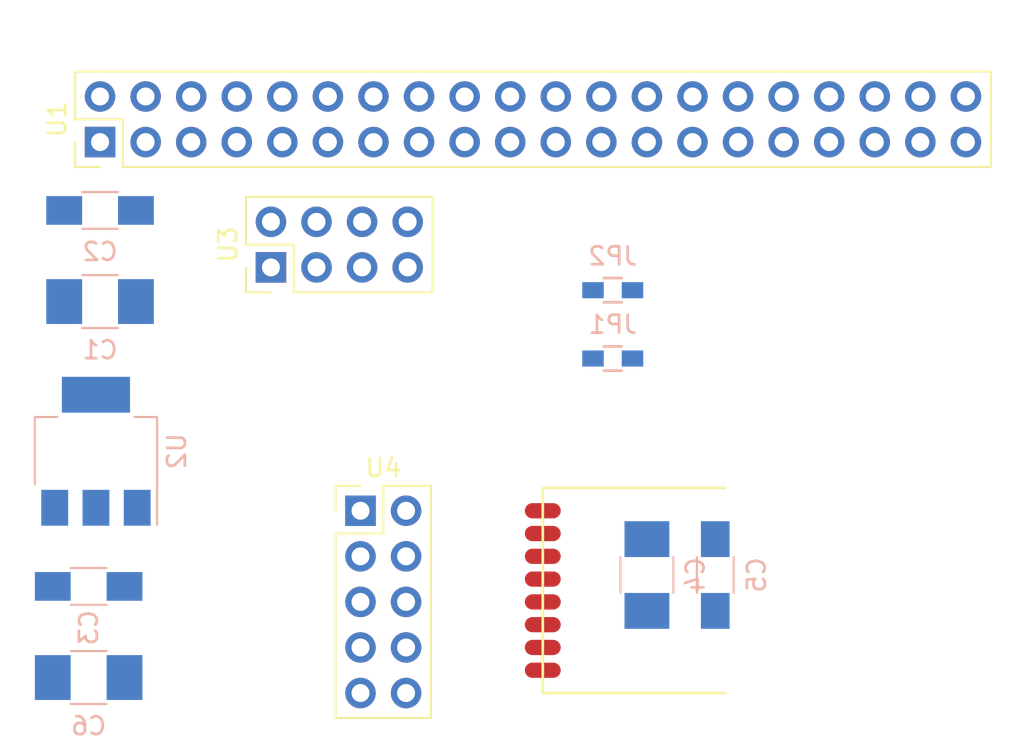
<source format=kicad_pcb>
(kicad_pcb (version 4) (host pcbnew 4.0.5)

  (general
    (links 43)
    (no_connects 43)
    (area 22.67 21.851189 77.76 69.415)
    (thickness 1.6)
    (drawings 0)
    (tracks 0)
    (zones 0)
    (modules 13)
    (nets 44)
  )

  (page A4)
  (layers
    (0 F.Cu signal)
    (31 B.Cu signal)
    (32 B.Adhes user)
    (33 F.Adhes user)
    (34 B.Paste user)
    (35 F.Paste user)
    (36 B.SilkS user)
    (37 F.SilkS user)
    (38 B.Mask user)
    (39 F.Mask user)
    (40 Dwgs.User user)
    (41 Cmts.User user)
    (42 Eco1.User user)
    (43 Eco2.User user)
    (44 Edge.Cuts user)
    (45 Margin user)
    (46 B.CrtYd user)
    (47 F.CrtYd user)
    (48 B.Fab user)
    (49 F.Fab user)
  )

  (setup
    (last_trace_width 0.25)
    (trace_clearance 0.2)
    (zone_clearance 0.508)
    (zone_45_only no)
    (trace_min 0.2)
    (segment_width 0.2)
    (edge_width 0.15)
    (via_size 0.6)
    (via_drill 0.4)
    (via_min_size 0.4)
    (via_min_drill 0.3)
    (uvia_size 0.3)
    (uvia_drill 0.1)
    (uvias_allowed no)
    (uvia_min_size 0.2)
    (uvia_min_drill 0.1)
    (pcb_text_width 0.3)
    (pcb_text_size 1.5 1.5)
    (mod_edge_width 0.15)
    (mod_text_size 1 1)
    (mod_text_width 0.15)
    (pad_size 1.524 1.524)
    (pad_drill 0.762)
    (pad_to_mask_clearance 0.2)
    (aux_axis_origin 0 0)
    (visible_elements FFFFFF7F)
    (pcbplotparams
      (layerselection 0x00030_80000001)
      (usegerberextensions false)
      (excludeedgelayer true)
      (linewidth 0.100000)
      (plotframeref false)
      (viasonmask false)
      (mode 1)
      (useauxorigin false)
      (hpglpennumber 1)
      (hpglpenspeed 20)
      (hpglpendiameter 15)
      (hpglpenoverlay 2)
      (psnegative false)
      (psa4output false)
      (plotreference true)
      (plotvalue true)
      (plotinvisibletext false)
      (padsonsilk false)
      (subtractmaskfromsilk false)
      (outputformat 1)
      (mirror false)
      (drillshape 1)
      (scaleselection 1)
      (outputdirectory ""))
  )

  (net 0 "")
  (net 1 +5V)
  (net 2 GND)
  (net 3 +3V3)
  (net 4 "Net-(JP1-Pad1)")
  (net 5 /CSN)
  (net 6 "Net-(JP2-Pad1)")
  (net 7 /CE)
  (net 8 /SCK)
  (net 9 /MOSI)
  (net 10 /MISO)
  (net 11 /IRQ)
  (net 12 "Net-(U4-Pad2)")
  (net 13 "Net-(U1-Pad3)")
  (net 14 "Net-(U1-Pad4)")
  (net 15 "Net-(U1-Pad5)")
  (net 16 "Net-(U1-Pad7)")
  (net 17 "Net-(U1-Pad8)")
  (net 18 "Net-(U1-Pad9)")
  (net 19 "Net-(U1-Pad10)")
  (net 20 "Net-(U1-Pad13)")
  (net 21 "Net-(U1-Pad14)")
  (net 22 "Net-(U1-Pad15)")
  (net 23 "Net-(U1-Pad16)")
  (net 24 "Net-(U1-Pad17)")
  (net 25 "Net-(U1-Pad18)")
  (net 26 "Net-(U1-Pad20)")
  (net 27 "Net-(U1-Pad22)")
  (net 28 /CLK)
  (net 29 "Net-(U1-Pad25)")
  (net 30 "Net-(U1-Pad27)")
  (net 31 "Net-(U1-Pad28)")
  (net 32 "Net-(U1-Pad29)")
  (net 33 "Net-(U1-Pad30)")
  (net 34 "Net-(U1-Pad31)")
  (net 35 "Net-(U1-Pad32)")
  (net 36 "Net-(U1-Pad33)")
  (net 37 "Net-(U1-Pad34)")
  (net 38 "Net-(U1-Pad35)")
  (net 39 "Net-(U1-Pad36)")
  (net 40 "Net-(U1-Pad37)")
  (net 41 "Net-(U1-Pad38)")
  (net 42 "Net-(U1-Pad39)")
  (net 43 "Net-(U1-Pad40)")

  (net_class Default "Dies ist die voreingestellte Netzklasse."
    (clearance 0.2)
    (trace_width 0.25)
    (via_dia 0.6)
    (via_drill 0.4)
    (uvia_dia 0.3)
    (uvia_drill 0.1)
    (add_net +3V3)
    (add_net +5V)
    (add_net /CE)
    (add_net /CLK)
    (add_net /CSN)
    (add_net /IRQ)
    (add_net /MISO)
    (add_net /MOSI)
    (add_net /SCK)
    (add_net GND)
    (add_net "Net-(JP1-Pad1)")
    (add_net "Net-(JP2-Pad1)")
    (add_net "Net-(U1-Pad10)")
    (add_net "Net-(U1-Pad13)")
    (add_net "Net-(U1-Pad14)")
    (add_net "Net-(U1-Pad15)")
    (add_net "Net-(U1-Pad16)")
    (add_net "Net-(U1-Pad17)")
    (add_net "Net-(U1-Pad18)")
    (add_net "Net-(U1-Pad20)")
    (add_net "Net-(U1-Pad22)")
    (add_net "Net-(U1-Pad25)")
    (add_net "Net-(U1-Pad27)")
    (add_net "Net-(U1-Pad28)")
    (add_net "Net-(U1-Pad29)")
    (add_net "Net-(U1-Pad3)")
    (add_net "Net-(U1-Pad30)")
    (add_net "Net-(U1-Pad31)")
    (add_net "Net-(U1-Pad32)")
    (add_net "Net-(U1-Pad33)")
    (add_net "Net-(U1-Pad34)")
    (add_net "Net-(U1-Pad35)")
    (add_net "Net-(U1-Pad36)")
    (add_net "Net-(U1-Pad37)")
    (add_net "Net-(U1-Pad38)")
    (add_net "Net-(U1-Pad39)")
    (add_net "Net-(U1-Pad4)")
    (add_net "Net-(U1-Pad40)")
    (add_net "Net-(U1-Pad5)")
    (add_net "Net-(U1-Pad7)")
    (add_net "Net-(U1-Pad8)")
    (add_net "Net-(U1-Pad9)")
    (add_net "Net-(U4-Pad2)")
  )

  (module Capacitors_SMD:C_1210_HandSoldering (layer B.Cu) (tedit 541A9C39) (tstamp 5894B64C)
    (at 26.035 38.735)
    (descr "Capacitor SMD 1210, hand soldering")
    (tags "capacitor 1210")
    (path /589461F3)
    (attr smd)
    (fp_text reference C1 (at 0 2.7) (layer B.SilkS)
      (effects (font (size 1 1) (thickness 0.15)) (justify mirror))
    )
    (fp_text value 100µ (at 0 -2.7) (layer B.Fab)
      (effects (font (size 1 1) (thickness 0.15)) (justify mirror))
    )
    (fp_line (start -1.6 -1.25) (end -1.6 1.25) (layer B.Fab) (width 0.1))
    (fp_line (start 1.6 -1.25) (end -1.6 -1.25) (layer B.Fab) (width 0.1))
    (fp_line (start 1.6 1.25) (end 1.6 -1.25) (layer B.Fab) (width 0.1))
    (fp_line (start -1.6 1.25) (end 1.6 1.25) (layer B.Fab) (width 0.1))
    (fp_line (start -3.3 1.6) (end 3.3 1.6) (layer B.CrtYd) (width 0.05))
    (fp_line (start -3.3 -1.6) (end 3.3 -1.6) (layer B.CrtYd) (width 0.05))
    (fp_line (start -3.3 1.6) (end -3.3 -1.6) (layer B.CrtYd) (width 0.05))
    (fp_line (start 3.3 1.6) (end 3.3 -1.6) (layer B.CrtYd) (width 0.05))
    (fp_line (start 1 1.475) (end -1 1.475) (layer B.SilkS) (width 0.12))
    (fp_line (start -1 -1.475) (end 1 -1.475) (layer B.SilkS) (width 0.12))
    (pad 1 smd rect (at -2 0) (size 2 2.5) (layers B.Cu B.Paste B.Mask)
      (net 1 +5V))
    (pad 2 smd rect (at 2 0) (size 2 2.5) (layers B.Cu B.Paste B.Mask)
      (net 2 GND))
    (model Capacitors_SMD.3dshapes/C_1210_HandSoldering.wrl
      (at (xyz 0 0 0))
      (scale (xyz 1 1 1))
      (rotate (xyz 0 0 0))
    )
  )

  (module Capacitors_SMD:C_1206_HandSoldering (layer B.Cu) (tedit 541A9C03) (tstamp 5894B65C)
    (at 26.035 33.655)
    (descr "Capacitor SMD 1206, hand soldering")
    (tags "capacitor 1206")
    (path /589462AD)
    (attr smd)
    (fp_text reference C2 (at 0 2.3) (layer B.SilkS)
      (effects (font (size 1 1) (thickness 0.15)) (justify mirror))
    )
    (fp_text value 100n (at 0 -2.3) (layer B.Fab)
      (effects (font (size 1 1) (thickness 0.15)) (justify mirror))
    )
    (fp_line (start -1.6 -0.8) (end -1.6 0.8) (layer B.Fab) (width 0.1))
    (fp_line (start 1.6 -0.8) (end -1.6 -0.8) (layer B.Fab) (width 0.1))
    (fp_line (start 1.6 0.8) (end 1.6 -0.8) (layer B.Fab) (width 0.1))
    (fp_line (start -1.6 0.8) (end 1.6 0.8) (layer B.Fab) (width 0.1))
    (fp_line (start -3.3 1.15) (end 3.3 1.15) (layer B.CrtYd) (width 0.05))
    (fp_line (start -3.3 -1.15) (end 3.3 -1.15) (layer B.CrtYd) (width 0.05))
    (fp_line (start -3.3 1.15) (end -3.3 -1.15) (layer B.CrtYd) (width 0.05))
    (fp_line (start 3.3 1.15) (end 3.3 -1.15) (layer B.CrtYd) (width 0.05))
    (fp_line (start 1 1.025) (end -1 1.025) (layer B.SilkS) (width 0.12))
    (fp_line (start -1 -1.025) (end 1 -1.025) (layer B.SilkS) (width 0.12))
    (pad 1 smd rect (at -2 0) (size 2 1.6) (layers B.Cu B.Paste B.Mask)
      (net 1 +5V))
    (pad 2 smd rect (at 2 0) (size 2 1.6) (layers B.Cu B.Paste B.Mask)
      (net 2 GND))
    (model Capacitors_SMD.3dshapes/C_1206_HandSoldering.wrl
      (at (xyz 0 0 0))
      (scale (xyz 1 1 1))
      (rotate (xyz 0 0 0))
    )
  )

  (module Capacitors_SMD:C_1206_HandSoldering (layer B.Cu) (tedit 5894BF41) (tstamp 5894B66C)
    (at 25.4 54.61)
    (descr "Capacitor SMD 1206, hand soldering")
    (tags "capacitor 1206")
    (path /58946373)
    (attr smd)
    (fp_text reference C3 (at 0 2.3 90) (layer B.SilkS)
      (effects (font (size 1 1) (thickness 0.15)) (justify mirror))
    )
    (fp_text value 100n (at 0 -2.3) (layer B.Fab)
      (effects (font (size 1 1) (thickness 0.15)) (justify mirror))
    )
    (fp_line (start -1.6 -0.8) (end -1.6 0.8) (layer B.Fab) (width 0.1))
    (fp_line (start 1.6 -0.8) (end -1.6 -0.8) (layer B.Fab) (width 0.1))
    (fp_line (start 1.6 0.8) (end 1.6 -0.8) (layer B.Fab) (width 0.1))
    (fp_line (start -1.6 0.8) (end 1.6 0.8) (layer B.Fab) (width 0.1))
    (fp_line (start -3.3 1.15) (end 3.3 1.15) (layer B.CrtYd) (width 0.05))
    (fp_line (start -3.3 -1.15) (end 3.3 -1.15) (layer B.CrtYd) (width 0.05))
    (fp_line (start -3.3 1.15) (end -3.3 -1.15) (layer B.CrtYd) (width 0.05))
    (fp_line (start 3.3 1.15) (end 3.3 -1.15) (layer B.CrtYd) (width 0.05))
    (fp_line (start 1 1.025) (end -1 1.025) (layer B.SilkS) (width 0.12))
    (fp_line (start -1 -1.025) (end 1 -1.025) (layer B.SilkS) (width 0.12))
    (pad 1 smd rect (at -2 0) (size 2 1.6) (layers B.Cu B.Paste B.Mask)
      (net 3 +3V3))
    (pad 2 smd rect (at 2 0) (size 2 1.6) (layers B.Cu B.Paste B.Mask)
      (net 2 GND))
    (model Capacitors_SMD.3dshapes/C_1206_HandSoldering.wrl
      (at (xyz 0 0 0))
      (scale (xyz 1 1 1))
      (rotate (xyz 0 0 0))
    )
  )

  (module Capacitors_SMD:C_1210_HandSoldering (layer B.Cu) (tedit 541A9C39) (tstamp 5894B67C)
    (at 56.515 53.975 90)
    (descr "Capacitor SMD 1210, hand soldering")
    (tags "capacitor 1210")
    (path /589463CC)
    (attr smd)
    (fp_text reference C4 (at 0 2.7 90) (layer B.SilkS)
      (effects (font (size 1 1) (thickness 0.15)) (justify mirror))
    )
    (fp_text value 100µ (at 0 -2.7 90) (layer B.Fab)
      (effects (font (size 1 1) (thickness 0.15)) (justify mirror))
    )
    (fp_line (start -1.6 -1.25) (end -1.6 1.25) (layer B.Fab) (width 0.1))
    (fp_line (start 1.6 -1.25) (end -1.6 -1.25) (layer B.Fab) (width 0.1))
    (fp_line (start 1.6 1.25) (end 1.6 -1.25) (layer B.Fab) (width 0.1))
    (fp_line (start -1.6 1.25) (end 1.6 1.25) (layer B.Fab) (width 0.1))
    (fp_line (start -3.3 1.6) (end 3.3 1.6) (layer B.CrtYd) (width 0.05))
    (fp_line (start -3.3 -1.6) (end 3.3 -1.6) (layer B.CrtYd) (width 0.05))
    (fp_line (start -3.3 1.6) (end -3.3 -1.6) (layer B.CrtYd) (width 0.05))
    (fp_line (start 3.3 1.6) (end 3.3 -1.6) (layer B.CrtYd) (width 0.05))
    (fp_line (start 1 1.475) (end -1 1.475) (layer B.SilkS) (width 0.12))
    (fp_line (start -1 -1.475) (end 1 -1.475) (layer B.SilkS) (width 0.12))
    (pad 1 smd rect (at -2 0 90) (size 2 2.5) (layers B.Cu B.Paste B.Mask)
      (net 3 +3V3))
    (pad 2 smd rect (at 2 0 90) (size 2 2.5) (layers B.Cu B.Paste B.Mask)
      (net 2 GND))
    (model Capacitors_SMD.3dshapes/C_1210_HandSoldering.wrl
      (at (xyz 0 0 0))
      (scale (xyz 1 1 1))
      (rotate (xyz 0 0 0))
    )
  )

  (module Capacitors_SMD:C_1206_HandSoldering (layer B.Cu) (tedit 541A9C03) (tstamp 5894B68C)
    (at 60.325 53.975 90)
    (descr "Capacitor SMD 1206, hand soldering")
    (tags "capacitor 1206")
    (path /5894B591)
    (attr smd)
    (fp_text reference C5 (at 0 2.3 90) (layer B.SilkS)
      (effects (font (size 1 1) (thickness 0.15)) (justify mirror))
    )
    (fp_text value 100n (at 0 -2.3 90) (layer B.Fab)
      (effects (font (size 1 1) (thickness 0.15)) (justify mirror))
    )
    (fp_line (start -1.6 -0.8) (end -1.6 0.8) (layer B.Fab) (width 0.1))
    (fp_line (start 1.6 -0.8) (end -1.6 -0.8) (layer B.Fab) (width 0.1))
    (fp_line (start 1.6 0.8) (end 1.6 -0.8) (layer B.Fab) (width 0.1))
    (fp_line (start -1.6 0.8) (end 1.6 0.8) (layer B.Fab) (width 0.1))
    (fp_line (start -3.3 1.15) (end 3.3 1.15) (layer B.CrtYd) (width 0.05))
    (fp_line (start -3.3 -1.15) (end 3.3 -1.15) (layer B.CrtYd) (width 0.05))
    (fp_line (start -3.3 1.15) (end -3.3 -1.15) (layer B.CrtYd) (width 0.05))
    (fp_line (start 3.3 1.15) (end 3.3 -1.15) (layer B.CrtYd) (width 0.05))
    (fp_line (start 1 1.025) (end -1 1.025) (layer B.SilkS) (width 0.12))
    (fp_line (start -1 -1.025) (end 1 -1.025) (layer B.SilkS) (width 0.12))
    (pad 1 smd rect (at -2 0 90) (size 2 1.6) (layers B.Cu B.Paste B.Mask)
      (net 3 +3V3))
    (pad 2 smd rect (at 2 0 90) (size 2 1.6) (layers B.Cu B.Paste B.Mask)
      (net 2 GND))
    (model Capacitors_SMD.3dshapes/C_1206_HandSoldering.wrl
      (at (xyz 0 0 0))
      (scale (xyz 1 1 1))
      (rotate (xyz 0 0 0))
    )
  )

  (module Capacitors_SMD:C_1210_HandSoldering (layer B.Cu) (tedit 541A9C39) (tstamp 5894B69C)
    (at 25.4 59.69)
    (descr "Capacitor SMD 1210, hand soldering")
    (tags "capacitor 1210")
    (path /5894B5D4)
    (attr smd)
    (fp_text reference C6 (at 0 2.7) (layer B.SilkS)
      (effects (font (size 1 1) (thickness 0.15)) (justify mirror))
    )
    (fp_text value 100µ (at 0 -2.7) (layer B.Fab)
      (effects (font (size 1 1) (thickness 0.15)) (justify mirror))
    )
    (fp_line (start -1.6 -1.25) (end -1.6 1.25) (layer B.Fab) (width 0.1))
    (fp_line (start 1.6 -1.25) (end -1.6 -1.25) (layer B.Fab) (width 0.1))
    (fp_line (start 1.6 1.25) (end 1.6 -1.25) (layer B.Fab) (width 0.1))
    (fp_line (start -1.6 1.25) (end 1.6 1.25) (layer B.Fab) (width 0.1))
    (fp_line (start -3.3 1.6) (end 3.3 1.6) (layer B.CrtYd) (width 0.05))
    (fp_line (start -3.3 -1.6) (end 3.3 -1.6) (layer B.CrtYd) (width 0.05))
    (fp_line (start -3.3 1.6) (end -3.3 -1.6) (layer B.CrtYd) (width 0.05))
    (fp_line (start 3.3 1.6) (end 3.3 -1.6) (layer B.CrtYd) (width 0.05))
    (fp_line (start 1 1.475) (end -1 1.475) (layer B.SilkS) (width 0.12))
    (fp_line (start -1 -1.475) (end 1 -1.475) (layer B.SilkS) (width 0.12))
    (pad 1 smd rect (at -2 0) (size 2 2.5) (layers B.Cu B.Paste B.Mask)
      (net 3 +3V3))
    (pad 2 smd rect (at 2 0) (size 2 2.5) (layers B.Cu B.Paste B.Mask)
      (net 2 GND))
    (model Capacitors_SMD.3dshapes/C_1210_HandSoldering.wrl
      (at (xyz 0 0 0))
      (scale (xyz 1 1 1))
      (rotate (xyz 0 0 0))
    )
  )

  (module Resistors_SMD:R_0603_HandSoldering (layer B.Cu) (tedit 58307AEF) (tstamp 5894B6AC)
    (at 54.61 41.91 180)
    (descr "Resistor SMD 0603, hand soldering")
    (tags "resistor 0603")
    (path /58946A0A)
    (attr smd)
    (fp_text reference JP1 (at 0 1.9 180) (layer B.SilkS)
      (effects (font (size 1 1) (thickness 0.15)) (justify mirror))
    )
    (fp_text value Jumper_NO_Small (at 0 -1.9 180) (layer B.Fab)
      (effects (font (size 1 1) (thickness 0.15)) (justify mirror))
    )
    (fp_line (start -0.8 -0.4) (end -0.8 0.4) (layer B.Fab) (width 0.1))
    (fp_line (start 0.8 -0.4) (end -0.8 -0.4) (layer B.Fab) (width 0.1))
    (fp_line (start 0.8 0.4) (end 0.8 -0.4) (layer B.Fab) (width 0.1))
    (fp_line (start -0.8 0.4) (end 0.8 0.4) (layer B.Fab) (width 0.1))
    (fp_line (start -2 0.8) (end 2 0.8) (layer B.CrtYd) (width 0.05))
    (fp_line (start -2 -0.8) (end 2 -0.8) (layer B.CrtYd) (width 0.05))
    (fp_line (start -2 0.8) (end -2 -0.8) (layer B.CrtYd) (width 0.05))
    (fp_line (start 2 0.8) (end 2 -0.8) (layer B.CrtYd) (width 0.05))
    (fp_line (start 0.5 -0.675) (end -0.5 -0.675) (layer B.SilkS) (width 0.15))
    (fp_line (start -0.5 0.675) (end 0.5 0.675) (layer B.SilkS) (width 0.15))
    (pad 1 smd rect (at -1.1 0 180) (size 1.2 0.9) (layers B.Cu B.Paste B.Mask)
      (net 4 "Net-(JP1-Pad1)"))
    (pad 2 smd rect (at 1.1 0 180) (size 1.2 0.9) (layers B.Cu B.Paste B.Mask)
      (net 5 /CSN))
    (model Resistors_SMD.3dshapes/R_0603_HandSoldering.wrl
      (at (xyz 0 0 0))
      (scale (xyz 1 1 1))
      (rotate (xyz 0 0 0))
    )
  )

  (module Resistors_SMD:R_0603_HandSoldering (layer B.Cu) (tedit 58307AEF) (tstamp 5894B6BC)
    (at 54.61 38.1 180)
    (descr "Resistor SMD 0603, hand soldering")
    (tags "resistor 0603")
    (path /589469BD)
    (attr smd)
    (fp_text reference JP2 (at 0 1.9 180) (layer B.SilkS)
      (effects (font (size 1 1) (thickness 0.15)) (justify mirror))
    )
    (fp_text value Jumper_NO_Small (at 0 -1.9 180) (layer B.Fab)
      (effects (font (size 1 1) (thickness 0.15)) (justify mirror))
    )
    (fp_line (start -0.8 -0.4) (end -0.8 0.4) (layer B.Fab) (width 0.1))
    (fp_line (start 0.8 -0.4) (end -0.8 -0.4) (layer B.Fab) (width 0.1))
    (fp_line (start 0.8 0.4) (end 0.8 -0.4) (layer B.Fab) (width 0.1))
    (fp_line (start -0.8 0.4) (end 0.8 0.4) (layer B.Fab) (width 0.1))
    (fp_line (start -2 0.8) (end 2 0.8) (layer B.CrtYd) (width 0.05))
    (fp_line (start -2 -0.8) (end 2 -0.8) (layer B.CrtYd) (width 0.05))
    (fp_line (start -2 0.8) (end -2 -0.8) (layer B.CrtYd) (width 0.05))
    (fp_line (start 2 0.8) (end 2 -0.8) (layer B.CrtYd) (width 0.05))
    (fp_line (start 0.5 -0.675) (end -0.5 -0.675) (layer B.SilkS) (width 0.15))
    (fp_line (start -0.5 0.675) (end 0.5 0.675) (layer B.SilkS) (width 0.15))
    (pad 1 smd rect (at -1.1 0 180) (size 1.2 0.9) (layers B.Cu B.Paste B.Mask)
      (net 6 "Net-(JP2-Pad1)"))
    (pad 2 smd rect (at 1.1 0 180) (size 1.2 0.9) (layers B.Cu B.Paste B.Mask)
      (net 5 /CSN))
    (model Resistors_SMD.3dshapes/R_0603_HandSoldering.wrl
      (at (xyz 0 0 0))
      (scale (xyz 1 1 1))
      (rotate (xyz 0 0 0))
    )
  )

  (module TO_SOT_Packages_SMD:SOT-223-3Lead_TabPin2 (layer B.Cu) (tedit 5891A32E) (tstamp 5894B6D1)
    (at 25.8064 47.0789 90)
    (descr "module CMS SOT223 4 pins")
    (tags "CMS SOT")
    (path /589462FE)
    (attr smd)
    (fp_text reference U2 (at 0 4.5 90) (layer B.SilkS)
      (effects (font (size 1 1) (thickness 0.15)) (justify mirror))
    )
    (fp_text value LM1117-3.3 (at 0 -4.5 90) (layer B.Fab)
      (effects (font (size 1 1) (thickness 0.15)) (justify mirror))
    )
    (fp_line (start 1.91 -3.41) (end 1.91 -2.15) (layer B.SilkS) (width 0.12))
    (fp_line (start 1.91 3.41) (end 1.91 2.15) (layer B.SilkS) (width 0.12))
    (fp_line (start 4.4 3.6) (end -4.4 3.6) (layer B.CrtYd) (width 0.05))
    (fp_line (start 4.4 -3.6) (end 4.4 3.6) (layer B.CrtYd) (width 0.05))
    (fp_line (start -4.4 -3.6) (end 4.4 -3.6) (layer B.CrtYd) (width 0.05))
    (fp_line (start -4.4 3.6) (end -4.4 -3.6) (layer B.CrtYd) (width 0.05))
    (fp_line (start -1.85 2.35) (end -0.85 3.35) (layer B.Fab) (width 0.1))
    (fp_line (start -1.85 2.35) (end -1.85 -3.35) (layer B.Fab) (width 0.1))
    (fp_line (start -1.85 -3.41) (end 1.91 -3.41) (layer B.SilkS) (width 0.12))
    (fp_line (start -0.85 3.35) (end 1.85 3.35) (layer B.Fab) (width 0.1))
    (fp_line (start -4.1 3.41) (end 1.91 3.41) (layer B.SilkS) (width 0.12))
    (fp_line (start -1.85 -3.35) (end 1.85 -3.35) (layer B.Fab) (width 0.1))
    (fp_line (start 1.85 3.35) (end 1.85 -3.35) (layer B.Fab) (width 0.1))
    (pad 2 smd rect (at 3.15 0 90) (size 2 3.8) (layers B.Cu B.Paste B.Mask)
      (net 3 +3V3))
    (pad 2 smd rect (at -3.15 0 90) (size 2 1.5) (layers B.Cu B.Paste B.Mask)
      (net 3 +3V3))
    (pad 3 smd rect (at -3.15 -2.3 90) (size 2 1.5) (layers B.Cu B.Paste B.Mask)
      (net 1 +5V))
    (pad 1 smd rect (at -3.15 2.3 90) (size 2 1.5) (layers B.Cu B.Paste B.Mask)
      (net 2 GND))
    (model TO_SOT_Packages_SMD.3dshapes/SOT-223.wrl
      (at (xyz 0 0 0))
      (scale (xyz 0.4 0.4 0.4))
      (rotate (xyz 0 0 90))
    )
  )

  (module Pin_Headers:Pin_Header_Straight_2x04_Pitch2.54mm (layer F.Cu) (tedit 5862ED53) (tstamp 5894B6ED)
    (at 35.56 36.83 90)
    (descr "Through hole straight pin header, 2x04, 2.54mm pitch, double rows")
    (tags "Through hole pin header THT 2x04 2.54mm double row")
    (path /58946BBC)
    (fp_text reference U3 (at 1.27 -2.39 90) (layer F.SilkS)
      (effects (font (size 1 1) (thickness 0.15)))
    )
    (fp_text value nRF24L01+ (at 1.27 10.01 90) (layer F.Fab)
      (effects (font (size 1 1) (thickness 0.15)))
    )
    (fp_line (start -1.27 -1.27) (end -1.27 8.89) (layer F.Fab) (width 0.1))
    (fp_line (start -1.27 8.89) (end 3.81 8.89) (layer F.Fab) (width 0.1))
    (fp_line (start 3.81 8.89) (end 3.81 -1.27) (layer F.Fab) (width 0.1))
    (fp_line (start 3.81 -1.27) (end -1.27 -1.27) (layer F.Fab) (width 0.1))
    (fp_line (start -1.39 1.27) (end -1.39 9.01) (layer F.SilkS) (width 0.12))
    (fp_line (start -1.39 9.01) (end 3.93 9.01) (layer F.SilkS) (width 0.12))
    (fp_line (start 3.93 9.01) (end 3.93 -1.39) (layer F.SilkS) (width 0.12))
    (fp_line (start 3.93 -1.39) (end 1.27 -1.39) (layer F.SilkS) (width 0.12))
    (fp_line (start 1.27 -1.39) (end 1.27 1.27) (layer F.SilkS) (width 0.12))
    (fp_line (start 1.27 1.27) (end -1.39 1.27) (layer F.SilkS) (width 0.12))
    (fp_line (start -1.39 0) (end -1.39 -1.39) (layer F.SilkS) (width 0.12))
    (fp_line (start -1.39 -1.39) (end 0 -1.39) (layer F.SilkS) (width 0.12))
    (fp_line (start -1.6 -1.6) (end -1.6 9.2) (layer F.CrtYd) (width 0.05))
    (fp_line (start -1.6 9.2) (end 4.1 9.2) (layer F.CrtYd) (width 0.05))
    (fp_line (start 4.1 9.2) (end 4.1 -1.6) (layer F.CrtYd) (width 0.05))
    (fp_line (start 4.1 -1.6) (end -1.6 -1.6) (layer F.CrtYd) (width 0.05))
    (pad 1 thru_hole rect (at 0 0 90) (size 1.7 1.7) (drill 1) (layers *.Cu *.Mask)
      (net 2 GND))
    (pad 2 thru_hole oval (at 2.54 0 90) (size 1.7 1.7) (drill 1) (layers *.Cu *.Mask)
      (net 3 +3V3))
    (pad 3 thru_hole oval (at 0 2.54 90) (size 1.7 1.7) (drill 1) (layers *.Cu *.Mask)
      (net 7 /CE))
    (pad 4 thru_hole oval (at 2.54 2.54 90) (size 1.7 1.7) (drill 1) (layers *.Cu *.Mask)
      (net 5 /CSN))
    (pad 5 thru_hole oval (at 0 5.08 90) (size 1.7 1.7) (drill 1) (layers *.Cu *.Mask)
      (net 8 /SCK))
    (pad 6 thru_hole oval (at 2.54 5.08 90) (size 1.7 1.7) (drill 1) (layers *.Cu *.Mask)
      (net 9 /MOSI))
    (pad 7 thru_hole oval (at 0 7.62 90) (size 1.7 1.7) (drill 1) (layers *.Cu *.Mask)
      (net 10 /MISO))
    (pad 8 thru_hole oval (at 2.54 7.62 90) (size 1.7 1.7) (drill 1) (layers *.Cu *.Mask)
      (net 11 /IRQ))
    (model Pin_Headers.3dshapes/Pin_Header_Straight_2x04_Pitch2.54mm.wrl
      (at (xyz 0.05 -0.15 0))
      (scale (xyz 1 1 1))
      (rotate (xyz 0 0 90))
    )
  )

  (module Pin_Headers:Pin_Header_Straight_2x05_Pitch2.54mm (layer F.Cu) (tedit 5862ED53) (tstamp 5894B70B)
    (at 40.5511 50.3936)
    (descr "Through hole straight pin header, 2x05, 2.54mm pitch, double rows")
    (tags "Through hole pin header THT 2x05 2.54mm double row")
    (path /589477D3)
    (fp_text reference U4 (at 1.27 -2.39) (layer F.SilkS)
      (effects (font (size 1 1) (thickness 0.15)))
    )
    (fp_text value nRF24L01+_10pin (at 1.27 12.55) (layer F.Fab)
      (effects (font (size 1 1) (thickness 0.15)))
    )
    (fp_line (start -1.27 -1.27) (end -1.27 11.43) (layer F.Fab) (width 0.1))
    (fp_line (start -1.27 11.43) (end 3.81 11.43) (layer F.Fab) (width 0.1))
    (fp_line (start 3.81 11.43) (end 3.81 -1.27) (layer F.Fab) (width 0.1))
    (fp_line (start 3.81 -1.27) (end -1.27 -1.27) (layer F.Fab) (width 0.1))
    (fp_line (start -1.39 1.27) (end -1.39 11.55) (layer F.SilkS) (width 0.12))
    (fp_line (start -1.39 11.55) (end 3.93 11.55) (layer F.SilkS) (width 0.12))
    (fp_line (start 3.93 11.55) (end 3.93 -1.39) (layer F.SilkS) (width 0.12))
    (fp_line (start 3.93 -1.39) (end 1.27 -1.39) (layer F.SilkS) (width 0.12))
    (fp_line (start 1.27 -1.39) (end 1.27 1.27) (layer F.SilkS) (width 0.12))
    (fp_line (start 1.27 1.27) (end -1.39 1.27) (layer F.SilkS) (width 0.12))
    (fp_line (start -1.39 0) (end -1.39 -1.39) (layer F.SilkS) (width 0.12))
    (fp_line (start -1.39 -1.39) (end 0 -1.39) (layer F.SilkS) (width 0.12))
    (fp_line (start -1.6 -1.6) (end -1.6 11.7) (layer F.CrtYd) (width 0.05))
    (fp_line (start -1.6 11.7) (end 4.1 11.7) (layer F.CrtYd) (width 0.05))
    (fp_line (start 4.1 11.7) (end 4.1 -1.6) (layer F.CrtYd) (width 0.05))
    (fp_line (start 4.1 -1.6) (end -1.6 -1.6) (layer F.CrtYd) (width 0.05))
    (pad 1 thru_hole rect (at 0 0) (size 1.7 1.7) (drill 1) (layers *.Cu *.Mask)
      (net 3 +3V3))
    (pad 2 thru_hole oval (at 2.54 0) (size 1.7 1.7) (drill 1) (layers *.Cu *.Mask)
      (net 12 "Net-(U4-Pad2)"))
    (pad 3 thru_hole oval (at 0 2.54) (size 1.7 1.7) (drill 1) (layers *.Cu *.Mask)
      (net 7 /CE))
    (pad 4 thru_hole oval (at 2.54 2.54) (size 1.7 1.7) (drill 1) (layers *.Cu *.Mask)
      (net 5 /CSN))
    (pad 5 thru_hole oval (at 0 5.08) (size 1.7 1.7) (drill 1) (layers *.Cu *.Mask)
      (net 8 /SCK))
    (pad 6 thru_hole oval (at 2.54 5.08) (size 1.7 1.7) (drill 1) (layers *.Cu *.Mask)
      (net 9 /MOSI))
    (pad 7 thru_hole oval (at 0 7.62) (size 1.7 1.7) (drill 1) (layers *.Cu *.Mask)
      (net 10 /MISO))
    (pad 8 thru_hole oval (at 2.54 7.62) (size 1.7 1.7) (drill 1) (layers *.Cu *.Mask)
      (net 11 /IRQ))
    (pad 9 thru_hole oval (at 0 10.16) (size 1.7 1.7) (drill 1) (layers *.Cu *.Mask)
      (net 2 GND))
    (pad 10 thru_hole oval (at 2.54 10.16) (size 1.7 1.7) (drill 1) (layers *.Cu *.Mask)
      (net 2 GND))
    (model Pin_Headers.3dshapes/Pin_Header_Straight_2x05_Pitch2.54mm.wrl
      (at (xyz 0.05 -0.2 0))
      (scale (xyz 1 1 1))
      (rotate (xyz 0 0 90))
    )
  )

  (module nrf24l01:nrf24l01_smd (layer F.Cu) (tedit 589488E3) (tstamp 5894B71A)
    (at 57.0611 52.9336)
    (path /58946C1F)
    (fp_text reference U5 (at 0 0.5) (layer F.SilkS) hide
      (effects (font (size 1 1) (thickness 0.15)))
    )
    (fp_text value nRF24L01P_SMD (at 0 -0.5) (layer F.Fab)
      (effects (font (size 1 1) (thickness 0.15)))
    )
    (fp_line (start -6.35 -3.81) (end 3.81 -3.81) (layer F.SilkS) (width 0.15))
    (fp_line (start -6.35 -3.81) (end -6.35 7.62) (layer F.SilkS) (width 0.15))
    (fp_line (start -6.35 7.62) (end 3.81 7.62) (layer F.SilkS) (width 0.15))
    (pad 1 smd oval (at -6.35 -2.54) (size 2 0.85) (layers F.Cu F.Paste F.Mask)
      (net 3 +3V3))
    (pad 2 smd oval (at -6.35 -1.27) (size 2 0.85) (layers F.Cu F.Paste F.Mask)
      (net 2 GND))
    (pad 3 smd oval (at -6.35 0) (size 2 0.85) (layers F.Cu F.Paste F.Mask)
      (net 7 /CE))
    (pad 4 smd oval (at -6.35 1.27) (size 2 0.85) (layers F.Cu F.Paste F.Mask)
      (net 5 /CSN))
    (pad 5 smd oval (at -6.35 2.54) (size 2 0.85) (layers F.Cu F.Paste F.Mask)
      (net 8 /SCK))
    (pad 6 smd oval (at -6.35 3.81) (size 2 0.85) (layers F.Cu F.Paste F.Mask)
      (net 9 /MOSI))
    (pad 7 smd oval (at -6.35 5.08) (size 2 0.85) (layers F.Cu F.Paste F.Mask)
      (net 10 /MISO))
    (pad 8 smd oval (at -6.35 6.35) (size 2 0.85) (layers F.Cu F.Paste F.Mask)
      (net 11 /IRQ))
  )

  (module Pin_Headers:Pin_Header_Straight_2x20_Pitch2.54mm (layer F.Cu) (tedit 5862ED54) (tstamp 5894B92E)
    (at 26.035 29.845 90)
    (descr "Through hole straight pin header, 2x20, 2.54mm pitch, double rows")
    (tags "Through hole pin header THT 2x20 2.54mm double row")
    (path /589084B7)
    (fp_text reference U1 (at 1.27 -2.39 90) (layer F.SilkS)
      (effects (font (size 1 1) (thickness 0.15)))
    )
    (fp_text value Raspberry_Pi_2_3 (at 1.27 50.65 90) (layer F.Fab)
      (effects (font (size 1 1) (thickness 0.15)))
    )
    (fp_line (start -1.27 -1.27) (end -1.27 49.53) (layer F.Fab) (width 0.1))
    (fp_line (start -1.27 49.53) (end 3.81 49.53) (layer F.Fab) (width 0.1))
    (fp_line (start 3.81 49.53) (end 3.81 -1.27) (layer F.Fab) (width 0.1))
    (fp_line (start 3.81 -1.27) (end -1.27 -1.27) (layer F.Fab) (width 0.1))
    (fp_line (start -1.39 1.27) (end -1.39 49.65) (layer F.SilkS) (width 0.12))
    (fp_line (start -1.39 49.65) (end 3.93 49.65) (layer F.SilkS) (width 0.12))
    (fp_line (start 3.93 49.65) (end 3.93 -1.39) (layer F.SilkS) (width 0.12))
    (fp_line (start 3.93 -1.39) (end 1.27 -1.39) (layer F.SilkS) (width 0.12))
    (fp_line (start 1.27 -1.39) (end 1.27 1.27) (layer F.SilkS) (width 0.12))
    (fp_line (start 1.27 1.27) (end -1.39 1.27) (layer F.SilkS) (width 0.12))
    (fp_line (start -1.39 0) (end -1.39 -1.39) (layer F.SilkS) (width 0.12))
    (fp_line (start -1.39 -1.39) (end 0 -1.39) (layer F.SilkS) (width 0.12))
    (fp_line (start -1.6 -1.6) (end -1.6 49.8) (layer F.CrtYd) (width 0.05))
    (fp_line (start -1.6 49.8) (end 4.1 49.8) (layer F.CrtYd) (width 0.05))
    (fp_line (start 4.1 49.8) (end 4.1 -1.6) (layer F.CrtYd) (width 0.05))
    (fp_line (start 4.1 -1.6) (end -1.6 -1.6) (layer F.CrtYd) (width 0.05))
    (pad 1 thru_hole rect (at 0 0 90) (size 1.7 1.7) (drill 1) (layers *.Cu *.Mask)
      (net 3 +3V3))
    (pad 2 thru_hole oval (at 2.54 0 90) (size 1.7 1.7) (drill 1) (layers *.Cu *.Mask)
      (net 1 +5V))
    (pad 3 thru_hole oval (at 0 2.54 90) (size 1.7 1.7) (drill 1) (layers *.Cu *.Mask)
      (net 13 "Net-(U1-Pad3)"))
    (pad 4 thru_hole oval (at 2.54 2.54 90) (size 1.7 1.7) (drill 1) (layers *.Cu *.Mask)
      (net 14 "Net-(U1-Pad4)"))
    (pad 5 thru_hole oval (at 0 5.08 90) (size 1.7 1.7) (drill 1) (layers *.Cu *.Mask)
      (net 15 "Net-(U1-Pad5)"))
    (pad 6 thru_hole oval (at 2.54 5.08 90) (size 1.7 1.7) (drill 1) (layers *.Cu *.Mask)
      (net 2 GND))
    (pad 7 thru_hole oval (at 0 7.62 90) (size 1.7 1.7) (drill 1) (layers *.Cu *.Mask)
      (net 16 "Net-(U1-Pad7)"))
    (pad 8 thru_hole oval (at 2.54 7.62 90) (size 1.7 1.7) (drill 1) (layers *.Cu *.Mask)
      (net 17 "Net-(U1-Pad8)"))
    (pad 9 thru_hole oval (at 0 10.16 90) (size 1.7 1.7) (drill 1) (layers *.Cu *.Mask)
      (net 18 "Net-(U1-Pad9)"))
    (pad 10 thru_hole oval (at 2.54 10.16 90) (size 1.7 1.7) (drill 1) (layers *.Cu *.Mask)
      (net 19 "Net-(U1-Pad10)"))
    (pad 11 thru_hole oval (at 0 12.7 90) (size 1.7 1.7) (drill 1) (layers *.Cu *.Mask)
      (net 7 /CE))
    (pad 12 thru_hole oval (at 2.54 12.7 90) (size 1.7 1.7) (drill 1) (layers *.Cu *.Mask)
      (net 11 /IRQ))
    (pad 13 thru_hole oval (at 0 15.24 90) (size 1.7 1.7) (drill 1) (layers *.Cu *.Mask)
      (net 20 "Net-(U1-Pad13)"))
    (pad 14 thru_hole oval (at 2.54 15.24 90) (size 1.7 1.7) (drill 1) (layers *.Cu *.Mask)
      (net 21 "Net-(U1-Pad14)"))
    (pad 15 thru_hole oval (at 0 17.78 90) (size 1.7 1.7) (drill 1) (layers *.Cu *.Mask)
      (net 22 "Net-(U1-Pad15)"))
    (pad 16 thru_hole oval (at 2.54 17.78 90) (size 1.7 1.7) (drill 1) (layers *.Cu *.Mask)
      (net 23 "Net-(U1-Pad16)"))
    (pad 17 thru_hole oval (at 0 20.32 90) (size 1.7 1.7) (drill 1) (layers *.Cu *.Mask)
      (net 24 "Net-(U1-Pad17)"))
    (pad 18 thru_hole oval (at 2.54 20.32 90) (size 1.7 1.7) (drill 1) (layers *.Cu *.Mask)
      (net 25 "Net-(U1-Pad18)"))
    (pad 19 thru_hole oval (at 0 22.86 90) (size 1.7 1.7) (drill 1) (layers *.Cu *.Mask)
      (net 9 /MOSI))
    (pad 20 thru_hole oval (at 2.54 22.86 90) (size 1.7 1.7) (drill 1) (layers *.Cu *.Mask)
      (net 26 "Net-(U1-Pad20)"))
    (pad 21 thru_hole oval (at 0 25.4 90) (size 1.7 1.7) (drill 1) (layers *.Cu *.Mask)
      (net 10 /MISO))
    (pad 22 thru_hole oval (at 2.54 25.4 90) (size 1.7 1.7) (drill 1) (layers *.Cu *.Mask)
      (net 27 "Net-(U1-Pad22)"))
    (pad 23 thru_hole oval (at 0 27.94 90) (size 1.7 1.7) (drill 1) (layers *.Cu *.Mask)
      (net 28 /CLK))
    (pad 24 thru_hole oval (at 2.54 27.94 90) (size 1.7 1.7) (drill 1) (layers *.Cu *.Mask)
      (net 6 "Net-(JP2-Pad1)"))
    (pad 25 thru_hole oval (at 0 30.48 90) (size 1.7 1.7) (drill 1) (layers *.Cu *.Mask)
      (net 29 "Net-(U1-Pad25)"))
    (pad 26 thru_hole oval (at 2.54 30.48 90) (size 1.7 1.7) (drill 1) (layers *.Cu *.Mask)
      (net 4 "Net-(JP1-Pad1)"))
    (pad 27 thru_hole oval (at 0 33.02 90) (size 1.7 1.7) (drill 1) (layers *.Cu *.Mask)
      (net 30 "Net-(U1-Pad27)"))
    (pad 28 thru_hole oval (at 2.54 33.02 90) (size 1.7 1.7) (drill 1) (layers *.Cu *.Mask)
      (net 31 "Net-(U1-Pad28)"))
    (pad 29 thru_hole oval (at 0 35.56 90) (size 1.7 1.7) (drill 1) (layers *.Cu *.Mask)
      (net 32 "Net-(U1-Pad29)"))
    (pad 30 thru_hole oval (at 2.54 35.56 90) (size 1.7 1.7) (drill 1) (layers *.Cu *.Mask)
      (net 33 "Net-(U1-Pad30)"))
    (pad 31 thru_hole oval (at 0 38.1 90) (size 1.7 1.7) (drill 1) (layers *.Cu *.Mask)
      (net 34 "Net-(U1-Pad31)"))
    (pad 32 thru_hole oval (at 2.54 38.1 90) (size 1.7 1.7) (drill 1) (layers *.Cu *.Mask)
      (net 35 "Net-(U1-Pad32)"))
    (pad 33 thru_hole oval (at 0 40.64 90) (size 1.7 1.7) (drill 1) (layers *.Cu *.Mask)
      (net 36 "Net-(U1-Pad33)"))
    (pad 34 thru_hole oval (at 2.54 40.64 90) (size 1.7 1.7) (drill 1) (layers *.Cu *.Mask)
      (net 37 "Net-(U1-Pad34)"))
    (pad 35 thru_hole oval (at 0 43.18 90) (size 1.7 1.7) (drill 1) (layers *.Cu *.Mask)
      (net 38 "Net-(U1-Pad35)"))
    (pad 36 thru_hole oval (at 2.54 43.18 90) (size 1.7 1.7) (drill 1) (layers *.Cu *.Mask)
      (net 39 "Net-(U1-Pad36)"))
    (pad 37 thru_hole oval (at 0 45.72 90) (size 1.7 1.7) (drill 1) (layers *.Cu *.Mask)
      (net 40 "Net-(U1-Pad37)"))
    (pad 38 thru_hole oval (at 2.54 45.72 90) (size 1.7 1.7) (drill 1) (layers *.Cu *.Mask)
      (net 41 "Net-(U1-Pad38)"))
    (pad 39 thru_hole oval (at 0 48.26 90) (size 1.7 1.7) (drill 1) (layers *.Cu *.Mask)
      (net 42 "Net-(U1-Pad39)"))
    (pad 40 thru_hole oval (at 2.54 48.26 90) (size 1.7 1.7) (drill 1) (layers *.Cu *.Mask)
      (net 43 "Net-(U1-Pad40)"))
    (model Pin_Headers.3dshapes/Pin_Header_Straight_2x20_Pitch2.54mm.wrl
      (at (xyz 0.05 -0.95 0))
      (scale (xyz 1 1 1))
      (rotate (xyz 0 0 90))
    )
  )

)

</source>
